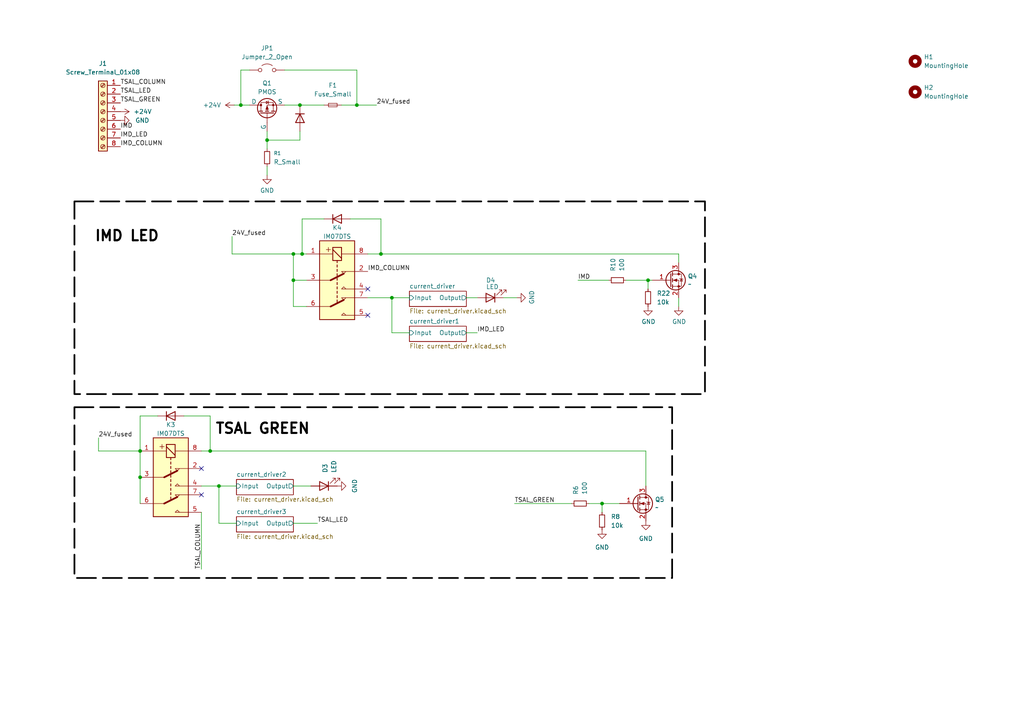
<source format=kicad_sch>
(kicad_sch (version 20250114) (generator "eeschema") (generator_version "9.0")
  (paper "A4")
  (lib_symbols
    (symbol "Connector:Screw_Terminal_01x08" (pin_names (offset 1.016) (hide yes))
      (property "Reference" "J" (at 0 10.16 0))
      (property "Value" "Screw_Terminal_01x08" (at 0 -12.7 0))
      (symbol "Screw_Terminal_01x08_1_1"
        (rectangle (start -1.27 8.89) (end 1.27 -11.43) (stroke (width 0.254)) (fill (type background)))
        (polyline (pts (xy -0.5334 7.9502) (xy 0.3302 7.112)) (stroke (width 0.1524)))
        (polyline (pts (xy -0.5334 5.4102) (xy 0.3302 4.572)) (stroke (width 0.1524)))
        (polyline (pts (xy -0.5334 2.8702) (xy 0.3302 2.032)) (stroke (width 0.1524)))
        (polyline (pts (xy -0.5334 0.3302) (xy 0.3302 -0.508)) (stroke (width 0.1524)))
        (polyline (pts (xy -0.5334 -2.2098) (xy 0.3302 -3.048)) (stroke (width 0.1524)))
        (polyline (pts (xy -0.5334 -4.7498) (xy 0.3302 -5.588)) (stroke (width 0.1524)))
        (polyline (pts (xy -0.5334 -7.2898) (xy 0.3302 -8.128)) (stroke (width 0.1524)))
        (polyline (pts (xy -0.5334 -9.8298) (xy 0.3302 -10.668)) (stroke (width 0.1524)))
        (polyline (pts (xy -0.3556 8.128) (xy 0.508 7.2898)) (stroke (width 0.1524)))
        (polyline (pts (xy -0.3556 5.588) (xy 0.508 4.7498)) (stroke (width 0.1524)))
        (polyline (pts (xy -0.3556 3.048) (xy 0.508 2.2098)) (stroke (width 0.1524)))
        (polyline (pts (xy -0.3556 0.508) (xy 0.508 -0.3302)) (stroke (width 0.1524)))
        (polyline (pts (xy -0.3556 -2.032) (xy 0.508 -2.8702)) (stroke (width 0.1524)))
        (polyline (pts (xy -0.3556 -4.572) (xy 0.508 -5.4102)) (stroke (width 0.1524)))
        (polyline (pts (xy -0.3556 -7.112) (xy 0.508 -7.9502)) (stroke (width 0.1524)))
        (polyline (pts (xy -0.3556 -9.652) (xy 0.508 -10.4902)) (stroke (width 0.1524)))
        (circle (center 0 7.62) (radius 0.635) (stroke (width 0.1524)))
        (circle (center 0 5.08) (radius 0.635) (stroke (width 0.1524)))
        (circle (center 0 2.54) (radius 0.635) (stroke (width 0.1524)))
        (circle (center 0 0) (radius 0.635) (stroke (width 0.1524)))
        (circle (center 0 -2.54) (radius 0.635) (stroke (width 0.1524)))
        (circle (center 0 -5.08) (radius 0.635) (stroke (width 0.1524)))
        (circle (center 0 -7.62) (radius 0.635) (stroke (width 0.1524)))
        (circle (center 0 -10.16) (radius 0.635) (stroke (width 0.1524)))
        (pin passive line (at -5.08 7.62 0) (length 3.81) (name "Pin_1") (number "1"))
        (pin passive line (at -5.08 5.08 0) (length 3.81) (name "Pin_2") (number "2"))
        (pin passive line (at -5.08 2.54 0) (length 3.81) (name "Pin_3") (number "3"))
        (pin passive line (at -5.08 0 0) (length 3.81) (name "Pin_4") (number "4"))
        (pin passive line (at -5.08 -2.54 0) (length 3.81) (name "Pin_5") (number "5"))
        (pin passive line (at -5.08 -5.08 0) (length 3.81) (name "Pin_6") (number "6"))
        (pin passive line (at -5.08 -7.62 0) (length 3.81) (name "Pin_7") (number "7"))
        (pin passive line (at -5.08 -10.16 0) (length 3.81) (name "Pin_8") (number "8"))
      )
    )
    (symbol "Device:D" (pin_numbers (hide yes)) (pin_names (offset 1.016) (hide yes))
      (property "Reference" "D" (at 0 2.54 0))
      (property "Value" "D" (at 0 -2.54 0))
      (symbol "D_0_1"
        (polyline (pts (xy -1.27 1.27) (xy -1.27 -1.27)) (stroke (width 0.254)))
        (polyline (pts (xy 1.27 1.27) (xy 1.27 -1.27) (xy -1.27 0) (xy 1.27 1.27)) (stroke (width 0.254)))
        (polyline (pts (xy 1.27 0) (xy -1.27 0)))
      )
      (symbol "D_1_1"
        (pin passive line (at -3.81 0 0) (length 2.54) (name "K") (number "1"))
        (pin passive line (at 3.81 0 180) (length 2.54) (name "A") (number "2"))
      )
    )
    (symbol "Device:Fuse_Small" (pin_numbers (hide yes)) (pin_names (offset 0.254) (hide yes))
      (property "Reference" "F" (at 0 -1.524 0))
      (property "Value" "Fuse_Small" (at 0 1.524 0))
      (symbol "Fuse_Small_0_1"
        (rectangle (start -1.27 0.508) (end 1.27 -0.508))
        (polyline (pts (xy -1.27 0) (xy 1.27 0)))
      )
      (symbol "Fuse_Small_1_1"
        (pin passive line (at -2.54 0 0) (length 1.27) (name "~") (number "1"))
        (pin passive line (at 2.54 0 180) (length 1.27) (name "~") (number "2"))
      )
    )
    (symbol "Device:LED" (pin_numbers (hide yes)) (pin_names (offset 1.016) (hide yes))
      (property "Reference" "D" (at 0 2.54 0))
      (property "Value" "LED" (at 0 -2.54 0))
      (symbol "LED_0_1"
        (polyline (pts (xy -3.048 -0.762) (xy -4.572 -2.286) (xy -3.81 -2.286) (xy -4.572 -2.286) (xy -4.572 -1.524)))
        (polyline (pts (xy -1.778 -0.762) (xy -3.302 -2.286) (xy -2.54 -2.286) (xy -3.302 -2.286) (xy -3.302 -1.524)))
        (polyline (pts (xy -1.27 0) (xy 1.27 0)))
        (polyline (pts (xy -1.27 -1.27) (xy -1.27 1.27)) (stroke (width 0.254)))
        (polyline (pts (xy 1.27 -1.27) (xy 1.27 1.27) (xy -1.27 0) (xy 1.27 -1.27)) (stroke (width 0.254)))
      )
      (symbol "LED_1_1"
        (pin passive line (at -3.81 0 0) (length 2.54) (name "K") (number "1"))
        (pin passive line (at 3.81 0 180) (length 2.54) (name "A") (number "2"))
      )
    )
    (symbol "Device:R_Small" (pin_numbers (hide yes)) (pin_names (offset 0.254) (hide yes))
      (property "Reference" "R" (at 0.762 0.508 0))
      (property "Value" "R_Small" (at 0.762 -1.016 0))
      (symbol "R_Small_0_1"
        (rectangle (start -0.762 1.778) (end 0.762 -1.778) (stroke (width 0.2032)))
      )
      (symbol "R_Small_1_1"
        (pin passive line (at 0 2.54 270) (length 0.762) (name "~") (number "1"))
        (pin passive line (at 0 -2.54 90) (length 0.762) (name "~") (number "2"))
      )
    )
    (symbol "Jumper:Jumper_2_Open" (pin_numbers (hide yes)) (pin_names (offset 0) (hide yes))
      (property "Reference" "JP" (at 0 2.794 0))
      (property "Value" "Jumper_2_Open" (at 0 -2.286 0))
      (symbol "Jumper_2_Open_0_0"
        (circle (center -2.032 0) (radius 0.508))
        (circle (center 2.032 0) (radius 0.508))
      )
      (symbol "Jumper_2_Open_0_1"
        (arc (start -1.524 1.27) (mid 0 1.778) (end 1.524 1.27))
      )
      (symbol "Jumper_2_Open_1_1"
        (pin passive line (at -5.08 0 0) (length 2.54) (name "A") (number "1"))
        (pin passive line (at 5.08 0 180) (length 2.54) (name "B") (number "2"))
      )
    )
    (symbol "LED_1" (pin_numbers (hide yes)) (pin_names (offset 1.016) (hide yes))
      (property "Reference" "D" (at 0 2.54 0))
      (property "Value" "LED" (at 0 -2.54 0))
      (symbol "LED_1_0_1"
        (polyline (pts (xy -3.048 -0.762) (xy -4.572 -2.286) (xy -3.81 -2.286) (xy -4.572 -2.286) (xy -4.572 -1.524)))
        (polyline (pts (xy -1.778 -0.762) (xy -3.302 -2.286) (xy -2.54 -2.286) (xy -3.302 -2.286) (xy -3.302 -1.524)))
        (polyline (pts (xy -1.27 0) (xy 1.27 0)))
        (polyline (pts (xy -1.27 -1.27) (xy -1.27 1.27)) (stroke (width 0.254)))
        (polyline (pts (xy 1.27 -1.27) (xy 1.27 1.27) (xy -1.27 0) (xy 1.27 -1.27)) (stroke (width 0.254)))
      )
      (symbol "LED_1_1_1"
        (pin passive line (at -3.81 0 0) (length 2.54) (name "K") (number "1"))
        (pin passive line (at 3.81 0 180) (length 2.54) (name "A") (number "2"))
      )
    )
    (symbol "Mechanical:MountingHole" (pin_names (offset 1.016)) (in_bom no)
      (property "Reference" "H" (at 0 5.08 0))
      (property "Value" "MountingHole" (at 0 3.175 0))
      (symbol "MountingHole_0_1"
        (circle (center 0 0) (radius 1.27) (stroke (width 1.27)))
      )
    )
    (symbol "PUTM_EV_IMD_SAFETY_2021-rescue:2N7002-Transistor_FET" (pin_names (offset 0) (hide yes))
      (property "Reference" "Q" (at 5.08 1.905 0))
      (property "Value" "2N7002-Transistor_FET" (at 5.08 0 0))
      (symbol "2N7002-Transistor_FET_0_1"
        (polyline (pts (xy 0.254 1.905) (xy 0.254 -1.905) (xy 0.254 -1.905)) (stroke (width 0.254)))
        (polyline (pts (xy 0.762 2.286) (xy 0.762 1.27)) (stroke (width 0.254)))
        (polyline (pts (xy 0.762 1.778) (xy 2.54 1.778)))
        (polyline (pts (xy 0.762 0.508) (xy 0.762 -0.508)) (stroke (width 0.254)))
        (polyline (pts (xy 0.762 0) (xy 2.54 0)))
        (polyline (pts (xy 0.762 -1.27) (xy 0.762 -2.286)) (stroke (width 0.254)))
        (polyline (pts (xy 0.762 -1.778) (xy 2.54 -1.778)))
        (polyline (pts (xy 1.016 0) (xy 2.032 0.381) (xy 2.032 -0.381) (xy 1.016 0)) (fill (type outline)))
        (circle (center 1.651 0) (radius 2.8194) (stroke (width 0.254)))
        (polyline (pts (xy 2.54 2.54) (xy 2.54 1.778)))
        (circle (center 2.54 1.778) (radius 0.2794) (fill (type outline)))
        (polyline (pts (xy 2.54 -1.778) (xy 2.54 0)))
        (polyline (pts (xy 2.54 -1.778) (xy 2.54 -2.54)))
        (polyline (pts (xy 2.54 -1.778) (xy 3.302 -1.778) (xy 3.302 1.778) (xy 2.54 1.778)))
        (circle (center 2.54 -1.778) (radius 0.2794) (fill (type outline)))
        (polyline (pts (xy 2.794 0.508) (xy 2.921 0.381) (xy 3.683 0.381) (xy 3.81 0.254)))
        (polyline (pts (xy 3.302 0.381) (xy 2.921 -0.254) (xy 3.683 -0.254) (xy 3.302 0.381)))
      )
      (symbol "2N7002-Transistor_FET_1_1"
        (pin input line (at -5.08 0 0) (length 5.334) (name "G") (number "1"))
        (pin passive line (at 2.54 5.08 270) (length 2.54) (name "D") (number "3"))
        (pin passive line (at 2.54 -5.08 90) (length 2.54) (name "S") (number "2"))
      )
    )
    (symbol "PUTM_EV_IMD_SAFETY_2021-rescue:GND-power" (power) (pin_names (offset 0))
      (property "Value" "GND-power" (at 0 -3.81 0))
      (symbol "GND-power_0_1"
        (polyline (pts (xy 0 0) (xy 0 -1.27) (xy 1.27 -1.27) (xy 0 -2.54) (xy -1.27 -1.27) (xy 0 -1.27)))
      )
      (symbol "GND-power_1_1"
        (pin power_in line (at 0 0 270) (length 0) (hide yes) (name "GND") (number "1"))
      )
    )
    (symbol "R_Small_1" (pin_numbers (hide yes)) (pin_names (offset 0.254) (hide yes))
      (property "Reference" "R" (at 0 0 90))
      (property "Value" "R_Small" (at 1.778 0 90))
      (symbol "R_Small_1_0_1"
        (rectangle (start -0.762 1.778) (end 0.762 -1.778) (stroke (width 0.2032)))
      )
      (symbol "R_Small_1_1_1"
        (pin passive line (at 0 2.54 270) (length 0.762) (name "~") (number "1"))
        (pin passive line (at 0 -2.54 90) (length 0.762) (name "~") (number "2"))
      )
    )
    (symbol "Samacsys_kicad_sym:IM07DTS" (pin_names (hide yes))
      (property "Reference" "K" (at 0 14.605 0))
      (property "Value" "IM07DTS" (at 0 12.7 0))
      (symbol "IM07DTS_0_0"
        (polyline (pts (xy 5.08 2.54) (xy 1.27 2.54) (xy 1.905 1.905) (xy 2.54 2.54)))
        (polyline (pts (xy 5.08 -2.54) (xy 1.27 -2.54) (xy 1.905 -1.905) (xy 2.54 -2.54)))
        (polyline (pts (xy 5.08 -5.08) (xy 1.27 -5.08) (xy 1.905 -5.715) (xy 2.54 -5.08)))
        (polyline (pts (xy 5.08 -10.16) (xy 1.27 -10.16) (xy 1.905 -9.525) (xy 2.54 -10.16)))
      )
      (symbol "IM07DTS_0_1"
        (rectangle (start -5.08 11.43) (end 5.08 -11.43) (stroke (width 0.254)) (fill (type background)))
        (polyline (pts (xy -3.175 8.89) (xy -1.905 8.89)))
        (polyline (pts (xy -2.54 9.525) (xy -2.54 8.255)))
        (polyline (pts (xy -1.905 0) (xy -5.08 0)))
        (polyline (pts (xy -1.905 0) (xy 1.905 1.905)) (stroke (width 0.508)))
        (polyline (pts (xy -1.905 -7.62) (xy -5.08 -7.62)))
        (polyline (pts (xy -1.905 -7.62) (xy 1.905 -5.715)) (stroke (width 0.508)))
        (rectangle (start -1.27 9.525) (end 1.27 5.715) (stroke (width 0.254)))
        (polyline (pts (xy -1.27 8.89) (xy 1.27 6.35)) (stroke (width 0.254)))
        (polyline (pts (xy -1.27 7.62) (xy -5.08 7.62)))
        (polyline (pts (xy 0 5.715) (xy 0 5.08)) (stroke (width 0.254)))
        (polyline (pts (xy 0 4.445) (xy 0 3.81)) (stroke (width 0.254)))
        (polyline (pts (xy 0 3.175) (xy 0 2.54)) (stroke (width 0.254)))
        (polyline (pts (xy 0 1.905) (xy 0 1.27)) (stroke (width 0.254)))
        (polyline (pts (xy 0 0.635) (xy 0 0)) (stroke (width 0.254)))
        (polyline (pts (xy 0 -0.635) (xy 0 -1.27)) (stroke (width 0.254)))
        (polyline (pts (xy 0 -1.905) (xy 0 -2.54)) (stroke (width 0.254)))
        (polyline (pts (xy 0 -3.175) (xy 0 -3.81)) (stroke (width 0.254)))
        (polyline (pts (xy 0 -4.445) (xy 0 -5.08)) (stroke (width 0.254)))
        (polyline (pts (xy 0 -5.715) (xy 0 -6.35)) (stroke (width 0.254)))
        (polyline (pts (xy 5.08 7.62) (xy 1.27 7.62)))
      )
      (symbol "IM07DTS_1_1"
        (pin passive line (at -8.89 7.62 0) (length 3.81) (name "COIL_1") (number "1"))
        (pin passive line (at -8.89 0 0) (length 3.81) (name "COM_1") (number "3"))
        (pin passive line (at -8.89 -7.62 0) (length 3.81) (name "COM_2") (number "6"))
        (pin passive line (at 8.89 7.62 180) (length 3.81) (name "COIL_2") (number "8"))
        (pin passive line (at 8.89 2.54 180) (length 3.81) (name "NC_1") (number "2"))
        (pin passive line (at 8.89 -2.54 180) (length 3.81) (name "NO_1") (number "4"))
        (pin passive line (at 8.89 -5.08 180) (length 3.81) (name "NC_2") (number "7"))
        (pin passive line (at 8.89 -10.16 180) (length 3.81) (name "NO_2") (number "5"))
      )
    )
    (symbol "Simulation_SPICE:PMOS" (pin_numbers (hide yes)) (pin_names (offset 0))
      (property "Reference" "Q" (at 5.08 1.27 0))
      (property "Value" "PMOS" (at 5.08 -1.27 0))
      (symbol "PMOS_0_1"
        (polyline (pts (xy 0.254 1.905) (xy 0.254 -1.905)) (stroke (width 0.254)))
        (polyline (pts (xy 0.254 0) (xy -2.54 0)))
        (polyline (pts (xy 0.762 2.286) (xy 0.762 1.27)) (stroke (width 0.254)))
        (polyline (pts (xy 0.762 1.778) (xy 3.302 1.778) (xy 3.302 -1.778) (xy 0.762 -1.778)))
        (polyline (pts (xy 0.762 0.508) (xy 0.762 -0.508)) (stroke (width 0.254)))
        (polyline (pts (xy 0.762 -1.27) (xy 0.762 -2.286)) (stroke (width 0.254)))
        (circle (center 1.651 0) (radius 2.794) (stroke (width 0.254)))
        (polyline (pts (xy 2.286 0) (xy 1.27 0.381) (xy 1.27 -0.381) (xy 2.286 0)) (fill (type outline)))
        (polyline (pts (xy 2.54 2.54) (xy 2.54 1.778)))
        (circle (center 2.54 1.778) (radius 0.254) (fill (type outline)))
        (circle (center 2.54 -1.778) (radius 0.254) (fill (type outline)))
        (polyline (pts (xy 2.54 -2.54) (xy 2.54 0) (xy 0.762 0)))
        (polyline (pts (xy 2.794 -0.508) (xy 2.921 -0.381) (xy 3.683 -0.381) (xy 3.81 -0.254)))
        (polyline (pts (xy 3.302 -0.381) (xy 2.921 0.254) (xy 3.683 0.254) (xy 3.302 -0.381)))
      )
      (symbol "PMOS_1_1"
        (pin input line (at -5.08 0 0) (length 2.54) (name "G") (number "2"))
        (pin passive line (at 2.54 5.08 270) (length 2.54) (name "D") (number "1"))
        (pin passive line (at 2.54 -5.08 90) (length 2.54) (name "S") (number "3"))
      )
    )
    (symbol "power:+5V" (power) (pin_numbers (hide yes)) (pin_names (offset 0) (hide yes))
      (property "Value" "+5V" (at 0 3.556 0))
      (symbol "+5V_0_1"
        (polyline (pts (xy -0.762 1.27) (xy 0 2.54)))
        (polyline (pts (xy 0 2.54) (xy 0.762 1.27)))
        (polyline (pts (xy 0 0) (xy 0 2.54)))
      )
      (symbol "+5V_1_1"
        (pin power_in line (at 0 0 90) (length 0) (name "~") (number "1"))
      )
    )
    (symbol "power:GND" (power) (pin_names (offset 0))
      (property "Value" "GND" (at 0 -3.81 0))
      (symbol "GND_0_1"
        (polyline (pts (xy 0 0) (xy 0 -1.27) (xy 1.27 -1.27) (xy 0 -2.54) (xy -1.27 -1.27) (xy 0 -1.27)))
      )
      (symbol "GND_1_1"
        (pin power_in line (at 0 0 270) (length 0) (hide yes) (name "GND") (number "1"))
      )
    )
  )
  (rectangle (start 21.59 118.11) (end 194.945 167.64) (stroke (width 0.5) (type dash) (color 0 0 0 1)))
  (rectangle (start 21.59 58.42) (end 204.47 114.3) (stroke (width 0.5) (type dash) (color 0 0 0 1)))
  (text "TSAL GREEN\n" (at 76.2 124.46 0) (effects (font (size 3 3) (thickness 0.6) (bold yes))))
  (text "IMD LED\n" (at 36.83 68.58 0) (effects (font (size 3 3) (thickness 0.6) (bold yes))))
  (junction (at 103.505 30.48))
  (junction (at 86.995 30.48))
  (junction (at 40.64 130.81))
  (junction (at 40.64 138.43))
  (junction (at 174.625 146.05))
  (junction (at 85.09 73.66))
  (junction (at 87.63 73.66))
  (junction (at 77.47 40.64))
  (junction (at 187.96 81.28))
  (junction (at 110.49 73.66))
  (junction (at 60.96 130.81))
  (junction (at 85.09 81.28))
  (junction (at 63.5 140.97))
  (junction (at 113.665 86.36))
  (junction (at 69.85 30.48))
  (no_connect (at 106.68 83.82))
  (no_connect (at 106.68 91.44))
  (no_connect (at 58.42 135.89))
  (no_connect (at 58.42 143.51))
  (wire (pts (xy 67.31 68.58) (xy 67.31 73.66)))
  (wire (pts (xy 103.505 20.32) (xy 103.505 30.48)))
  (wire (pts (xy 110.49 63.5) (xy 110.49 73.66)))
  (wire (pts (xy 88.9 81.28) (xy 85.09 81.28)))
  (wire (pts (xy 187.96 81.28) (xy 187.96 83.82)))
  (wire (pts (xy 86.995 30.48) (xy 93.98 30.48)))
  (wire (pts (xy 149.225 146.05) (xy 165.735 146.05)))
  (wire (pts (xy 113.665 96.52) (xy 113.665 86.36)))
  (wire (pts (xy 60.96 120.65) (xy 60.96 130.81)))
  (wire (pts (xy 69.85 20.32) (xy 69.85 30.48)))
  (wire (pts (xy 67.945 30.48) (xy 69.85 30.48)))
  (wire (pts (xy 68.58 151.765) (xy 63.5 151.765)))
  (wire (pts (xy 174.625 146.05) (xy 174.625 148.59)))
  (wire (pts (xy 40.64 120.65) (xy 40.64 130.81)))
  (wire (pts (xy 58.42 140.97) (xy 63.5 140.97)))
  (wire (pts (xy 103.505 30.48) (xy 109.22 30.48)))
  (wire (pts (xy 87.63 63.5) (xy 87.63 73.66)))
  (wire (pts (xy 196.85 73.66) (xy 196.85 76.2)))
  (wire (pts (xy 69.85 30.48) (xy 72.39 30.48)))
  (wire (pts (xy 86.995 38.1) (xy 86.995 40.64)))
  (wire (pts (xy 77.47 48.26) (xy 77.47 50.8)))
  (wire (pts (xy 82.55 30.48) (xy 86.995 30.48)))
  (wire (pts (xy 187.96 81.28) (xy 189.23 81.28)))
  (wire (pts (xy 58.42 148.59) (xy 58.42 165.1)))
  (wire (pts (xy 28.575 127) (xy 28.575 130.81)))
  (wire (pts (xy 167.64 81.28) (xy 176.53 81.28)))
  (wire (pts (xy 85.09 73.66) (xy 87.63 73.66)))
  (wire (pts (xy 85.09 140.97) (xy 90.17 140.97)))
  (wire (pts (xy 88.9 88.9) (xy 85.09 88.9)))
  (wire (pts (xy 82.55 20.32) (xy 103.505 20.32)))
  (wire (pts (xy 40.64 138.43) (xy 40.64 146.05)))
  (wire (pts (xy 113.665 86.36) (xy 118.745 86.36)))
  (wire (pts (xy 196.85 86.36) (xy 196.85 88.9)))
  (wire (pts (xy 135.255 86.36) (xy 138.43 86.36)))
  (wire (pts (xy 45.72 120.65) (xy 40.64 120.65)))
  (wire (pts (xy 135.255 96.52) (xy 138.43 96.52)))
  (wire (pts (xy 53.34 120.65) (xy 60.96 120.65)))
  (wire (pts (xy 174.625 146.05) (xy 179.705 146.05)))
  (wire (pts (xy 99.06 30.48) (xy 103.505 30.48)))
  (wire (pts (xy 67.31 73.66) (xy 85.09 73.66)))
  (wire (pts (xy 146.05 86.36) (xy 149.86 86.36)))
  (wire (pts (xy 28.575 130.81) (xy 40.64 130.81)))
  (wire (pts (xy 87.63 73.66) (xy 88.9 73.66)))
  (wire (pts (xy 60.96 130.81) (xy 58.42 130.81)))
  (wire (pts (xy 106.68 86.36) (xy 113.665 86.36)))
  (wire (pts (xy 110.49 73.66) (xy 196.85 73.66)))
  (wire (pts (xy 63.5 140.97) (xy 63.5 151.765)))
  (wire (pts (xy 85.09 81.28) (xy 85.09 73.66)))
  (wire (pts (xy 93.98 63.5) (xy 87.63 63.5)))
  (wire (pts (xy 118.745 96.52) (xy 113.665 96.52)))
  (wire (pts (xy 85.09 151.765) (xy 92.075 151.765)))
  (wire (pts (xy 170.815 146.05) (xy 174.625 146.05)))
  (wire (pts (xy 187.325 130.81) (xy 187.325 140.97)))
  (wire (pts (xy 181.61 81.28) (xy 187.96 81.28)))
  (wire (pts (xy 63.5 140.97) (xy 68.58 140.97)))
  (wire (pts (xy 106.68 73.66) (xy 110.49 73.66)))
  (wire (pts (xy 101.6 63.5) (xy 110.49 63.5)))
  (wire (pts (xy 77.47 40.64) (xy 77.47 43.18)))
  (wire (pts (xy 187.325 130.81) (xy 60.96 130.81)))
  (wire (pts (xy 86.995 40.64) (xy 77.47 40.64)))
  (wire (pts (xy 72.39 20.32) (xy 69.85 20.32)))
  (wire (pts (xy 85.09 88.9) (xy 85.09 81.28)))
  (wire (pts (xy 77.47 38.1) (xy 77.47 40.64)))
  (wire (pts (xy 40.64 130.81) (xy 40.64 138.43)))
  (label "IMD_COLUMN" (at 106.68 78.74 0))
  (label "IMD_LED" (at 34.925 40.005 0))
  (label "IMD" (at 167.64 81.28 0))
  (label "24V_fused" (at 109.22 30.48 0))
  (label "IMD_LED" (at 138.43 96.52 0))
  (label "TSAL_GREEN" (at 149.225 146.05 0))
  (label "TSAL_COLUMN" (at 58.42 165.1 90))
  (label "TSAL_LED" (at 92.075 151.765 0))
  (label "24V_fused" (at 67.31 68.58 0))
  (label "TSAL_COLUMN" (at 34.925 24.765 0))
  (label "TSAL_GREEN" (at 34.925 29.845 0))
  (label "TSAL_LED" (at 34.925 27.305 0))
  (label "IMD" (at 34.925 37.465 0))
  (label "24V_fused" (at 28.575 127 0))
  (label "IMD_COLUMN" (at 34.925 42.545 0))
  (symbol (lib_id "Simulation_SPICE:PMOS") (at 77.47 33.02 90) (unit 1)
    (property "Reference" "Q1" (at 77.47 24.13 90))
    (property "Value" "PMOS" (at 77.47 26.67 90))
    (property "Datasheet" "https://ngspice.sourceforge.io/docs/ngspice-html-manual/manual.xhtml#cha_MOSFETs" (effects (hide yes)))
    (property "Description" "P-MOSFET transistor, drain/source/gate" (effects (hide yes)))
    (property "Sim.Device" "PMOS" (effects (hide yes)))
    (property "Sim.Type" "VDMOS" (effects (hide yes)))
    (property "Sim.Pins" "1=D 2=G 3=S" (effects (hide yes)))
  )
  (symbol (lib_id "PUTM_EV_IMD_SAFETY_2021-rescue:2N7002-Transistor_FET") (at 194.31 81.28 0) (unit 1)
    (property "Reference" "Q4" (at 199.4916 80.1116 0) (effects (justify left)))
    (property "Value" "~" (at 199.4916 82.423 0) (effects (justify left)))
    (property "Footprint" "Package_TO_SOT_SMD:SOT-23" (effects (hide yes)))
    (property "Datasheet" "https://www.mouser.pl/ProductDetail/Diodes-Incorporated/ZXMS6008FFQ-7?qs=By6Nw2ByBD03cAF2VGx2Cg%3D%3D 0 0 Left Center 1 0" (effects (hide yes)))
  )
  (symbol (lib_id "PUTM_EV_IMD_SAFETY_2021-rescue:GND-power") (at 196.85 88.9 0) (unit 1)
    (property "Reference" "#PWR046" (effects (hide yes)))
    (property "Value" "GND" (at 196.977 93.2942 0))
  )
  (symbol (lib_id "PUTM_EV_IMD_SAFETY_2021-rescue:GND-power") (at 187.96 88.9 0) (unit 1)
    (property "Reference" "#PWR045" (effects (hide yes)))
    (property "Value" "GND" (at 188.087 93.2942 0))
  )
  (symbol (lib_name "LED_1") (lib_id "Device:LED") (at 93.98 140.97 180) (unit 1)
    (property "Reference" "D3" (at 94.2974 137.16 90) (effects (justify right)))
    (property "Value" "LED" (at 96.8374 137.16 90) (effects (justify right)))
    (property "Footprint" "LED_SMD:LED_0603_1608Metric" (effects (hide yes)))
    (property "Description" "Light emitting diode" (effects (hide yes)))
    (property "Sim.Pins" "1=K 2=A" (effects (hide yes)))
  )
  (symbol (lib_id "PUTM_EV_IMD_SAFETY_2021-rescue:2N7002-Transistor_FET") (at 184.785 146.05 0) (unit 1)
    (property "Reference" "Q5" (at 189.9666 144.8816 0) (effects (justify left)))
    (property "Value" "~" (at 189.9666 147.193 0) (effects (justify left)))
    (property "Footprint" "Package_TO_SOT_SMD:SOT-23" (effects (hide yes)))
    (property "Datasheet" "Footprint https://www.mouser.pl/ProductDetail/Diodes-Incorporated/ZXMS6008FFQ-7?qs=By6Nw2ByBD03cAF2VGx2Cg%3D%3D 0 0 Left Center 1 0" (effects (hide yes)))
  )
  (symbol (lib_id "Device:D") (at 97.79 63.5 0) (unit 1)
    (property "Reference" "D6" (effects (hide yes)))
    (property "Value" "D" (effects (hide yes)))
    (property "Footprint" "Diode_SMD:D_MicroSMP_AK" (effects (hide yes)))
    (property "Datasheet" "DO-219AD-2" (effects (hide yes)))
    (property "Description" "Diode" (effects (hide yes)))
    (property "Sim.Device" "D" (effects (hide yes)))
    (property "Sim.Pins" "1=K 2=A" (effects (hide yes)))
  )
  (symbol (lib_id "Device:R_Small") (at 168.275 146.05 270) (mirror x) (unit 1)
    (property "Reference" "R6" (at 167.005 143.51 0) (effects (justify left)))
    (property "Value" "100" (at 169.545 143.51 0) (effects (justify left)))
    (property "Footprint" "Resistor_SMD:R_0603_1608Metric_Pad0.98x0.95mm_HandSolder" (effects (hide yes)))
    (property "Manufacturer_Name" "--" (effects (hide yes)))
    (property "Manufacturer_Part_Number" "KDV08DR300ET" (effects (hide yes)))
    (property "Mouser Part Number" "588-KDV08DR300ET" (effects (hide yes)))
    (property "Mouser Price/Stock" "https://www.mouser.pl/ProductDetail/Ohmite/KDV08DR300ET?qs=l4Gc20tDgJL0eWjgMjSOyQ%3D%3D" (effects (hide yes)))
  )
  (symbol (lib_id "PUTM_EV_IMD_SAFETY_2021-rescue:GND-power") (at 77.47 50.8 0) (unit 1)
    (property "Reference" "#PWR049" (effects (hide yes)))
    (property "Value" "GND" (at 77.47 55.245 0))
  )
  (symbol (lib_id "Device:D") (at 49.53 120.65 0) (unit 1)
    (property "Reference" "D2" (effects (hide yes)))
    (property "Value" "D" (effects (hide yes)))
    (property "Footprint" "Diode_SMD:D_MicroSMP_AK" (effects (hide yes)))
    (property "Datasheet" "DO-219AD-2" (effects (hide yes)))
    (property "Description" "Diode" (effects (hide yes)))
    (property "Sim.Device" "D" (effects (hide yes)))
    (property "Sim.Pins" "1=K 2=A" (effects (hide yes)))
  )
  (symbol (lib_id "power:GND") (at 187.325 151.13 0) (unit 1)
    (property "Reference" "#PWR019" (effects (hide yes)))
    (property "Value" "GND" (at 187.325 156.21 0))
  )
  (symbol (lib_id "Mechanical:MountingHole") (at 265.43 17.78 0) (unit 1) (in_bom no)
    (property "Reference" "H1" (at 267.97 16.5099 0) (effects (justify left)))
    (property "Value" "MountingHole" (at 267.97 19.0499 0) (effects (justify left)))
    (property "Footprint" "MountingHole:MountingHole_2.2mm_M2" (effects (hide yes)))
    (property "Description" "Mounting Hole without connection" (effects (hide yes)))
  )
  (symbol (lib_id "Device:R_Small") (at 187.96 86.36 0) (unit 1)
    (property "Reference" "R22" (at 190.5 85.0899 0) (effects (justify left)))
    (property "Value" "10k" (at 190.5 87.6299 0) (effects (justify left)))
    (property "Footprint" "Resistor_SMD:R_0603_1608Metric_Pad0.98x0.95mm_HandSolder" (effects (hide yes)))
    (property "Description" "Resistor, small symbol" (effects (hide yes)))
  )
  (symbol (lib_id "Device:LED") (at 142.24 86.36 180) (unit 1)
    (property "Reference" "D4" (at 140.97 81.28 0) (effects (justify right)))
    (property "Value" "LED" (at 140.97 83.185 0) (effects (justify right)))
    (property "Footprint" "LED_SMD:LED_0603_1608Metric" (effects (hide yes)))
    (property "Description" "Light emitting diode" (effects (hide yes)))
  )
  (symbol (lib_id "Device:Fuse_Small") (at 96.52 30.48 180) (unit 1)
    (property "Reference" "F1" (at 96.52 24.765 0))
    (property "Value" "Fuse_Small" (at 96.52 27.305 0))
    (property "Footprint" "Fuse:Fuse_2920_7451Metric_Pad2.10x5.45mm_HandSolder" (effects (hide yes)))
    (property "Datasheet" "https://www.mouser.pl/ProductDetail/Littelfuse/2920L150-60MR?qs=ST9lo4GX8V38m%2FHq5uhZ8w%3D%3D" (effects (hide yes)))
    (property "Description" "Fuse, small symbol" (effects (hide yes)))
  )
  (symbol (lib_id "Connector:Screw_Terminal_01x08") (at 29.845 32.385 0) (mirror y) (unit 1)
    (property "Reference" "J1" (at 29.845 18.415 0))
    (property "Value" "Screw_Terminal_01x08" (at 29.845 20.955 0))
    (property "Footprint" "Include:TB00150008BE" (effects (hide yes)))
    (property "Description" "Generic screw terminal, single row, 01x08, script generated (kicad-library-utils/schlib/autogen/connector/)" (effects (hide yes)))
  )
  (symbol (lib_id "power:+5V") (at 67.945 30.48 90) (unit 1)
    (property "Reference" "#PWR048" (effects (hide yes)))
    (property "Value" "+24V" (at 64.135 30.4799 90) (effects (justify left)))
    (property "Description" "Power symbol creates a global label with name \"+5V\"" (effects (hide yes)))
  )
  (symbol (lib_id "Device:R_Small") (at 179.07 81.28 270) (mirror x) (unit 1)
    (property "Reference" "R10" (at 177.8 78.74 0) (effects (justify left)))
    (property "Value" "100" (at 180.34 78.74 0) (effects (justify left)))
    (property "Footprint" "Resistor_SMD:R_0603_1608Metric_Pad0.98x0.95mm_HandSolder" (effects (hide yes)))
    (property "Manufacturer_Name" "--" (effects (hide yes)))
    (property "Manufacturer_Part_Number" "KDV08DR300ET" (effects (hide yes)))
    (property "Mouser Part Number" "588-KDV08DR300ET" (effects (hide yes)))
    (property "Mouser Price/Stock" "https://www.mouser.pl/ProductDetail/Ohmite/KDV08DR300ET?qs=l4Gc20tDgJL0eWjgMjSOyQ%3D%3D" (effects (hide yes)))
  )
  (symbol (lib_id "Device:D") (at 86.995 34.29 270) (unit 1)
    (property "Reference" "D5" (effects (hide yes)))
    (property "Value" "D" (effects (hide yes)))
    (property "Footprint" "Diode_SMD:D_MicroSMP_AK" (effects (hide yes)))
    (property "Datasheet" "DO-219AD-2" (effects (hide yes)))
    (property "Description" "Diode" (effects (hide yes)))
    (property "Sim.Device" "D" (effects (hide yes)))
    (property "Sim.Pins" "1=K 2=A" (effects (hide yes)))
  )
  (symbol (lib_id "power:GND") (at 97.79 140.97 90) (unit 1)
    (property "Reference" "#PWR020" (effects (hide yes)))
    (property "Value" "GND" (at 102.87 140.97 0))
  )
  (symbol (lib_id "Jumper:Jumper_2_Open") (at 77.47 20.32 0) (unit 1)
    (property "Reference" "JP1" (at 77.47 13.97 0))
    (property "Value" "Jumper_2_Open" (at 77.47 16.51 0))
    (property "Footprint" "Jumper:SolderJumper-2_P1.3mm_Open_RoundedPad1.0x1.5mm" (effects (hide yes)))
    (property "Description" "Jumper, 2-pole, open" (effects (hide yes)))
  )
  (symbol (lib_id "power:GND") (at 174.625 153.67 0) (unit 1)
    (property "Reference" "#PWR018" (effects (hide yes)))
    (property "Value" "GND" (at 174.625 158.75 0))
  )
  (symbol (lib_id "PUTM_EV_IMD_SAFETY_2021-rescue:GND-power") (at 34.925 34.925 90) (unit 1)
    (property "Reference" "#PWR044" (effects (hide yes)))
    (property "Value" "GND" (at 41.275 34.925 90))
  )
  (symbol (lib_id "power:+5V") (at 34.925 32.385 270) (unit 1)
    (property "Reference" "#PWR043" (effects (hide yes)))
    (property "Value" "+24V" (at 38.735 32.3849 90) (effects (justify left)))
    (property "Description" "Power symbol creates a global label with name \"+5V\"" (effects (hide yes)))
  )
  (symbol (lib_id "Mechanical:MountingHole") (at 265.43 26.67 0) (unit 1) (in_bom no)
    (property "Reference" "H2" (at 267.97 25.3999 0) (effects (justify left)))
    (property "Value" "MountingHole" (at 267.97 27.9399 0) (effects (justify left)))
    (property "Footprint" "MountingHole:MountingHole_2.2mm_M2" (effects (hide yes)))
    (property "Description" "Mounting Hole without connection" (effects (hide yes)))
  )
  (symbol (lib_id "Device:R_Small") (at 174.625 151.13 0) (mirror x) (unit 1)
    (property "Reference" "R8" (at 177.165 149.86 0) (effects (justify left)))
    (property "Value" "10k" (at 177.165 152.4 0) (effects (justify left)))
    (property "Footprint" "Resistor_SMD:R_0603_1608Metric_Pad0.98x0.95mm_HandSolder" (effects (hide yes)))
    (property "Manufacturer_Name" "--" (effects (hide yes)))
    (property "Manufacturer_Part_Number" "KDV08DR300ET" (effects (hide yes)))
    (property "Mouser Part Number" "588-KDV08DR300ET" (effects (hide yes)))
    (property "Mouser Price/Stock" "https://www.mouser.pl/ProductDetail/Ohmite/KDV08DR300ET?qs=l4Gc20tDgJL0eWjgMjSOyQ%3D%3D" (effects (hide yes)))
  )
  (symbol (lib_id "PUTM_EV_IMD_SAFETY_2021-rescue:GND-power") (at 149.86 86.36 90) (unit 1)
    (property "Reference" "#PWR047" (effects (hide yes)))
    (property "Value" "GND" (at 154.2542 86.233 0))
  )
  (symbol (lib_id "Samacsys_kicad_sym:IM07DTS") (at 97.79 81.28 0) (unit 1)
    (property "Reference" "K4" (at 97.79 66.04 0))
    (property "Value" "IM07DTS" (at 97.79 68.58 0))
    (property "Footprint" "Include:IM23TS" (effects (hide yes)))
    (property "Datasheet" "https://www.te.com/commerce/DocumentDelivery/DDEController?Action=srchrtrv&DocNm=108-98001&DocType=Data%20Sheet&DocLang=English&PartCntxt=7-1462039-2&DocFormat=pdf" (effects (hide yes)))
    (property "Description" "Body Features: Insulation Special Features 2000V Initial Surge Withstand Voltage Between Contacts & Coil | Product Weight .026 OZ | Product Weight .75 G | Contact Features: Contact Arrangement 2 Form C (2 CO) | Contact Number of Poles 2 | Contact Current Rating (Max) 5 AMP | Contact Special Features Bifurcated/Twin Contacts | Contact Base Material AgNi+Au | Contact Plating Material Gold | Contact Current Class 0  5 AMP | Dimensions: Product Height 5.65 MM | Product Width 6 MM | Length Class (Mechanical)" (effects (hide yes)))
    (property "Height" "5" (effects (hide yes)))
    (property "Mouser Part Number" "655-IM07DTS" (effects (hide yes)))
    (property "Mouser Price/Stock" "https://www.mouser.co.uk/ProductDetail/TE-Connectivity-PB/IM07DTS?qs=1sp0cQOe3eYuXHRaTYWFlA%3D%3D" (effects (hide yes)))
    (property "Manufacturer_Name" "TE Connectivity" (effects (hide yes)))
    (property "Manufacturer_Part_Number" "IM07DTS" (effects (hide yes)))
  )
  (symbol (lib_name "R_Small_1") (lib_id "Device:R_Small") (at 77.47 45.72 0) (unit 1)
    (property "Reference" "R1" (at 79.375 44.4499 0) (effects (font (size 1.016 1.016)) (justify left)))
    (property "Value" "R_Small" (at 79.375 46.9899 0) (effects (justify left)))
    (property "Description" "Resistor, small symbol" (effects (hide yes)))
  )
  (symbol (lib_id "Samacsys_kicad_sym:IM07DTS") (at 49.53 138.43 0) (unit 1)
    (property "Reference" "K3" (at 49.53 123.19 0))
    (property "Value" "IM07DTS" (at 49.53 125.73 0))
    (property "Footprint" "Include:IM23TS" (effects (hide yes)))
    (property "Datasheet" "https://www.te.com/commerce/DocumentDelivery/DDEController?Action=srchrtrv&DocNm=108-98001&DocType=Data%20Sheet&DocLang=English&PartCntxt=7-1462039-2&DocFormat=pdf" (effects (hide yes)))
    (property "Description" "Body Features: Insulation Special Features 2000V Initial Surge Withstand Voltage Between Contacts & Coil | Product Weight .026 OZ | Product Weight .75 G | Contact Features: Contact Arrangement 2 Form C (2 CO) | Contact Number of Poles 2 | Contact Current Rating (Max) 5 AMP | Contact Special Features Bifurcated/Twin Contacts | Contact Base Material AgNi+Au | Contact Plating Material Gold | Contact Current Class 0  5 AMP | Dimensions: Product Height 5.65 MM | Product Width 6 MM | Length Class (Mechanical)" (effects (hide yes)))
    (property "Height" "5" (effects (hide yes)))
    (property "Mouser Part Number" "655-IM07DTS" (effects (hide yes)))
    (property "Mouser Price/Stock" "https://www.mouser.co.uk/ProductDetail/TE-Connectivity-PB/IM07DTS?qs=1sp0cQOe3eYuXHRaTYWFlA%3D%3D" (effects (hide yes)))
    (property "Manufacturer_Name" "TE Connectivity" (effects (hide yes)))
    (property "Manufacturer_Part_Number" "IM07DTS" (effects (hide yes)))
  )
  (sheet (at 118.745 94.615) (size 16.51 4.445) (stroke (width 0.1524))
    (property "Sheetname" "current_driver1" (at 118.745 93.9034 0) (effects (justify left bottom)))
    (property "Sheetfile" "current_driver.kicad_sch" (at 118.745 99.6446 0) (effects (justify left top)))
    (pin "Input" input (at 118.745 96.52 180))
    (pin "Output" output (at 135.255 96.52 0))
  )
  (sheet (at 68.58 149.86) (size 16.51 4.445) (stroke (width 0.1524))
    (property "Sheetname" "current_driver3" (at 68.58 149.1484 0) (effects (justify left bottom)))
    (property "Sheetfile" "current_driver.kicad_sch" (at 68.58 154.8896 0) (effects (justify left top)))
    (pin "Input" input (at 68.58 151.765 180))
    (pin "Output" output (at 85.09 151.765 0))
  )
  (sheet (at 118.745 84.455) (size 16.51 4.445) (stroke (width 0.1524))
    (property "Sheetname" "current_driver" (at 118.745 83.7434 0) (effects (justify left bottom)))
    (property "Sheetfile" "current_driver.kicad_sch" (at 118.745 89.4846 0) (effects (justify left top)))
    (pin "Input" input (at 118.745 86.36 180))
    (pin "Output" output (at 135.255 86.36 0))
  )
  (sheet (at 68.58 139.065) (size 16.51 4.445) (stroke (width 0.1524))
    (property "Sheetname" "current_driver2" (at 68.58 138.3534 0) (effects (justify left bottom)))
    (property "Sheetfile" "current_driver.kicad_sch" (at 68.58 144.0946 0) (effects (justify left top)))
    (pin "Input" input (at 68.58 140.97 180))
    (pin "Output" output (at 85.09 140.97 0))
  )
)
</source>
